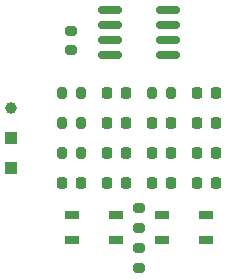
<source format=gbr>
%TF.GenerationSoftware,KiCad,Pcbnew,6.0.11+dfsg-1*%
%TF.CreationDate,2023-06-01T03:10:45-05:00*%
%TF.ProjectId,watch,77617463-682e-46b6-9963-61645f706362,rev?*%
%TF.SameCoordinates,Original*%
%TF.FileFunction,Soldermask,Top*%
%TF.FilePolarity,Negative*%
%FSLAX46Y46*%
G04 Gerber Fmt 4.6, Leading zero omitted, Abs format (unit mm)*
G04 Created by KiCad (PCBNEW 6.0.11+dfsg-1) date 2023-06-01 03:10:45*
%MOMM*%
%LPD*%
G01*
G04 APERTURE LIST*
G04 Aperture macros list*
%AMRoundRect*
0 Rectangle with rounded corners*
0 $1 Rounding radius*
0 $2 $3 $4 $5 $6 $7 $8 $9 X,Y pos of 4 corners*
0 Add a 4 corners polygon primitive as box body*
4,1,4,$2,$3,$4,$5,$6,$7,$8,$9,$2,$3,0*
0 Add four circle primitives for the rounded corners*
1,1,$1+$1,$2,$3*
1,1,$1+$1,$4,$5*
1,1,$1+$1,$6,$7*
1,1,$1+$1,$8,$9*
0 Add four rect primitives between the rounded corners*
20,1,$1+$1,$2,$3,$4,$5,0*
20,1,$1+$1,$4,$5,$6,$7,0*
20,1,$1+$1,$6,$7,$8,$9,0*
20,1,$1+$1,$8,$9,$2,$3,0*%
G04 Aperture macros list end*
%ADD10RoundRect,0.200000X-0.275000X0.200000X-0.275000X-0.200000X0.275000X-0.200000X0.275000X0.200000X0*%
%ADD11RoundRect,0.218750X0.218750X0.256250X-0.218750X0.256250X-0.218750X-0.256250X0.218750X-0.256250X0*%
%ADD12RoundRect,0.200000X0.275000X-0.200000X0.275000X0.200000X-0.275000X0.200000X-0.275000X-0.200000X0*%
%ADD13RoundRect,0.218750X-0.218750X-0.256250X0.218750X-0.256250X0.218750X0.256250X-0.218750X0.256250X0*%
%ADD14RoundRect,0.200000X-0.200000X-0.275000X0.200000X-0.275000X0.200000X0.275000X-0.200000X0.275000X0*%
%ADD15RoundRect,0.150000X0.825000X0.150000X-0.825000X0.150000X-0.825000X-0.150000X0.825000X-0.150000X0*%
%ADD16R,1.309599X0.669600*%
%ADD17R,1.000000X1.000000*%
%ADD18C,1.000000*%
G04 APERTURE END LIST*
D10*
%TO.C,R7*%
X57785000Y-54420000D03*
X57785000Y-56070000D03*
%TD*%
D11*
%TO.C,D4*%
X66192500Y-64770000D03*
X64617500Y-64770000D03*
%TD*%
D12*
%TO.C,R5*%
X63500000Y-71120000D03*
X63500000Y-69470000D03*
%TD*%
D13*
%TO.C,D7*%
X68427500Y-59690000D03*
X70002500Y-59690000D03*
%TD*%
D11*
%TO.C,D9*%
X58572500Y-67310000D03*
X56997500Y-67310000D03*
%TD*%
D14*
%TO.C,R2*%
X56960000Y-62230000D03*
X58610000Y-62230000D03*
%TD*%
D15*
%TO.C,U1*%
X65975000Y-56515000D03*
X65975000Y-55245000D03*
X65975000Y-53975000D03*
X65975000Y-52705000D03*
X61025000Y-52705000D03*
X61025000Y-53975000D03*
X61025000Y-55245000D03*
X61025000Y-56515000D03*
%TD*%
D11*
%TO.C,D10*%
X62382500Y-67310000D03*
X60807500Y-67310000D03*
%TD*%
%TO.C,D12*%
X70002500Y-64770000D03*
X68427500Y-64770000D03*
%TD*%
D13*
%TO.C,D5*%
X60807500Y-59690000D03*
X62382500Y-59690000D03*
%TD*%
D16*
%TO.C,SW1*%
X57848500Y-70070000D03*
X57848500Y-72170000D03*
X61531500Y-72170000D03*
X61531500Y-70070000D03*
%TD*%
D13*
%TO.C,D11*%
X68427500Y-62230000D03*
X70002500Y-62230000D03*
%TD*%
D11*
%TO.C,D1*%
X66192500Y-67310000D03*
X64617500Y-67310000D03*
%TD*%
D17*
%TO.C,TP3*%
X52705000Y-66040000D03*
%TD*%
D13*
%TO.C,D6*%
X64617500Y-62230000D03*
X66192500Y-62230000D03*
%TD*%
D16*
%TO.C,SW2*%
X65468500Y-70070000D03*
X65468500Y-72170000D03*
X69151500Y-72170000D03*
X69151500Y-70070000D03*
%TD*%
D13*
%TO.C,D8*%
X60807500Y-64770000D03*
X62382500Y-64770000D03*
%TD*%
D14*
%TO.C,R4*%
X56960000Y-59690000D03*
X58610000Y-59690000D03*
%TD*%
D17*
%TO.C,TP2*%
X52705000Y-63500000D03*
%TD*%
D11*
%TO.C,D2*%
X70002500Y-67310000D03*
X68427500Y-67310000D03*
%TD*%
D12*
%TO.C,R6*%
X63500000Y-74485000D03*
X63500000Y-72835000D03*
%TD*%
D14*
%TO.C,R1*%
X56960000Y-64770000D03*
X58610000Y-64770000D03*
%TD*%
D11*
%TO.C,D3*%
X62382500Y-62230000D03*
X60807500Y-62230000D03*
%TD*%
D14*
%TO.C,R3*%
X64580000Y-59690000D03*
X66230000Y-59690000D03*
%TD*%
D18*
%TO.C,TP1*%
X52705000Y-60960000D03*
%TD*%
M02*

</source>
